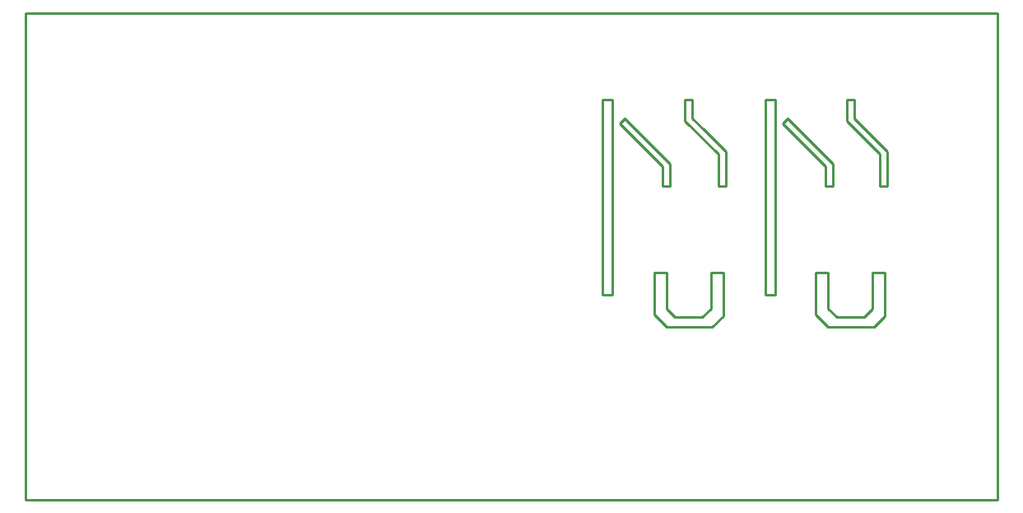
<source format=gko>
G04 ---------------------------- Layer name :KeepOutLayer*
G04 EasyEDA v5.8.22, Wed, 05 Dec 2018 03:51:52 GMT*
G04 5ecc0feef65b44bfa0a9ec5bdeff4b52*
G04 Gerber Generator version 0.2*
G04 Scale: 100 percent, Rotated: No, Reflected: No *
G04 Dimensions in millimeters *
G04 leading zeros omitted , absolute positions ,3 integer and 3 decimal *
%FSLAX33Y33*%
%MOMM*%
G90*
G71D02*

%ADD10C,0.254000*%
G54D10*
G01X0Y49999D02*
G01X99999Y49999D01*
G01X99999Y0D01*
G01X0Y0D01*
G01X0Y49999D01*
G01X65913Y23329D02*
G01X65914Y19645D01*
G01X65914Y19645D02*
G01X66803Y18756D01*
G01X66803Y18756D02*
G01X69597Y18756D01*
G01X69597Y18756D02*
G01X70486Y19645D01*
G01X70486Y19645D02*
G01X70484Y23329D01*
G01X70484Y23329D02*
G01X71119Y23329D01*
G01X71119Y23329D02*
G01X71754Y23329D01*
G01X71754Y23329D02*
G01X71756Y18883D01*
G01X71756Y18883D02*
G01X70613Y17740D01*
G01X70613Y17740D02*
G01X65914Y17740D01*
G01X65914Y17740D02*
G01X64642Y19011D01*
G01X64642Y19011D02*
G01X64643Y23329D01*
G01X64643Y23329D02*
G01X64897Y23329D01*
G01X64897Y23329D02*
G01X65913Y23329D01*
G01X82549Y23330D02*
G01X82550Y19646D01*
G01X82550Y19646D02*
G01X83439Y18757D01*
G01X83439Y18757D02*
G01X86233Y18757D01*
G01X86233Y18757D02*
G01X87122Y19646D01*
G01X87122Y19646D02*
G01X87120Y23330D01*
G01X87120Y23330D02*
G01X87755Y23330D01*
G01X87755Y23330D02*
G01X88390Y23330D01*
G01X88390Y23330D02*
G01X88392Y18884D01*
G01X88392Y18884D02*
G01X87249Y17741D01*
G01X87249Y17741D02*
G01X82550Y17741D01*
G01X82550Y17741D02*
G01X81278Y19012D01*
G01X81278Y19012D02*
G01X81279Y23330D01*
G01X81279Y23330D02*
G01X81533Y23330D01*
G01X81533Y23330D02*
G01X82549Y23330D01*
G01X60324Y41109D02*
G01X60324Y21043D01*
G01X60324Y21043D02*
G01X59308Y21043D01*
G01X59308Y21043D02*
G01X59308Y41109D01*
G01X59308Y41109D02*
G01X60324Y41109D01*
G01X77090Y41108D02*
G01X77090Y21042D01*
G01X77090Y21042D02*
G01X76074Y21042D01*
G01X76074Y21042D02*
G01X76074Y41108D01*
G01X76074Y41108D02*
G01X77090Y41108D01*
G01X61594Y39204D02*
G01X66294Y34505D01*
G01X66294Y34505D02*
G01X66294Y32219D01*
G01X66294Y32219D02*
G01X65532Y32219D01*
G01X65532Y32219D02*
G01X65532Y34251D01*
G01X65532Y34251D02*
G01X61086Y38696D01*
G01X61086Y38696D02*
G01X61594Y39204D01*
G01X78358Y39204D02*
G01X83057Y34505D01*
G01X83057Y34505D02*
G01X83057Y32219D01*
G01X83057Y32219D02*
G01X82295Y32219D01*
G01X82295Y32219D02*
G01X82295Y34251D01*
G01X82295Y34251D02*
G01X77850Y38696D01*
G01X77850Y38696D02*
G01X78358Y39204D01*
G01X68580Y41109D02*
G01X68579Y39204D01*
G01X68579Y39204D02*
G01X69722Y38061D01*
G01X69722Y38061D02*
G01X72011Y35774D01*
G01X72011Y35774D02*
G01X72010Y32218D01*
G01X72010Y32218D02*
G01X71248Y32218D01*
G01X71248Y32218D02*
G01X71249Y35520D01*
G01X71249Y35520D02*
G01X67818Y38950D01*
G01X67818Y38950D02*
G01X67818Y41109D01*
G01X67818Y41109D02*
G01X68580Y41109D01*
G01X85215Y41110D02*
G01X85215Y39205D01*
G01X85215Y39205D02*
G01X86358Y38062D01*
G01X86358Y38062D02*
G01X88646Y35775D01*
G01X88646Y35775D02*
G01X88646Y32219D01*
G01X88646Y32219D02*
G01X87884Y32219D01*
G01X87884Y32219D02*
G01X87884Y35521D01*
G01X87884Y35521D02*
G01X84454Y38950D01*
G01X84454Y38950D02*
G01X84454Y41109D01*
G01X84454Y41109D02*
G01X85215Y41110D01*

%LPD*%
M00*
M02*

</source>
